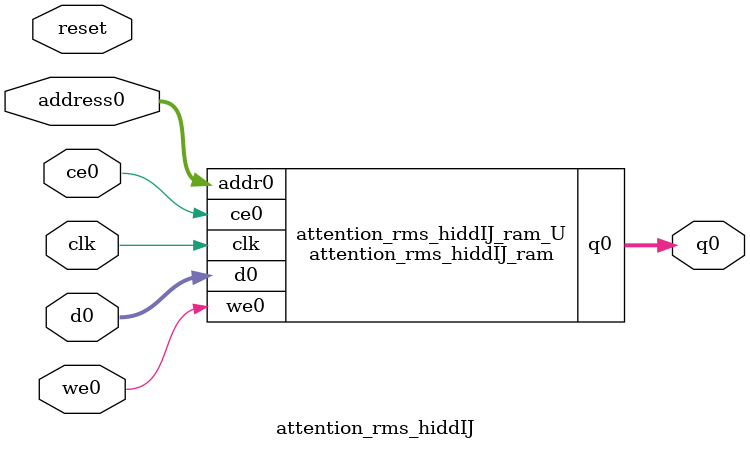
<source format=v>
`timescale 1 ns / 1 ps
module attention_rms_hiddIJ_ram (addr0, ce0, d0, we0, q0,  clk);

parameter DWIDTH = 32;
parameter AWIDTH = 11;
parameter MEM_SIZE = 1536;

input[AWIDTH-1:0] addr0;
input ce0;
input[DWIDTH-1:0] d0;
input we0;
output reg[DWIDTH-1:0] q0;
input clk;

(* ram_style = "block" *)reg [DWIDTH-1:0] ram[0:MEM_SIZE-1];




always @(posedge clk)  
begin 
    if (ce0) begin
        if (we0) 
            ram[addr0] <= d0; 
        q0 <= ram[addr0];
    end
end


endmodule

`timescale 1 ns / 1 ps
module attention_rms_hiddIJ(
    reset,
    clk,
    address0,
    ce0,
    we0,
    d0,
    q0);

parameter DataWidth = 32'd32;
parameter AddressRange = 32'd1536;
parameter AddressWidth = 32'd11;
input reset;
input clk;
input[AddressWidth - 1:0] address0;
input ce0;
input we0;
input[DataWidth - 1:0] d0;
output[DataWidth - 1:0] q0;



attention_rms_hiddIJ_ram attention_rms_hiddIJ_ram_U(
    .clk( clk ),
    .addr0( address0 ),
    .ce0( ce0 ),
    .we0( we0 ),
    .d0( d0 ),
    .q0( q0 ));

endmodule


</source>
